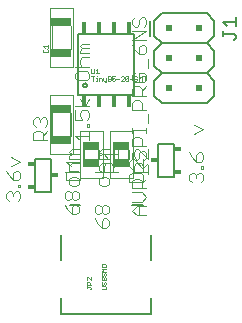
<source format=gto>
G75*
%MOIN*%
%OFA0B0*%
%FSLAX24Y24*%
%IPPOS*%
%LPD*%
%AMOC8*
5,1,8,0,0,1.08239X$1,22.5*
%
%ADD10C,0.0060*%
%ADD11C,0.0080*%
%ADD12C,0.0010*%
%ADD13R,0.0140X0.0400*%
%ADD14C,0.0020*%
%ADD15C,0.0040*%
%ADD16R,0.0669X0.0295*%
%ADD17R,0.0230X0.0180*%
%ADD18R,0.0551X0.0256*%
%ADD19R,0.0690X0.0290*%
%ADD20C,0.0050*%
%ADD21R,0.0200X0.0200*%
D10*
X002300Y005400D02*
X002300Y006520D01*
X002820Y006520D01*
X002820Y006300D01*
X002820Y006520D02*
X002500Y006520D01*
X002820Y006520D02*
X002820Y005400D01*
X002820Y005620D01*
X002820Y005400D02*
X002500Y005400D01*
X002300Y005400D02*
X002820Y005400D01*
X003910Y006499D02*
X003910Y006821D01*
X003480Y007280D02*
X003480Y008035D01*
X003730Y008650D02*
X003730Y010660D01*
X005590Y010660D01*
X005590Y008650D01*
X003730Y008650D01*
X002840Y008035D02*
X002840Y007280D01*
X004410Y006821D02*
X004410Y006499D01*
X004910Y006499D02*
X004910Y006821D01*
X005410Y006821D02*
X005410Y006499D01*
X006400Y006800D02*
X006400Y007020D01*
X006720Y007020D01*
X006920Y007020D02*
X006920Y005900D01*
X006400Y005900D01*
X006400Y006120D01*
X006400Y005900D02*
X006720Y005900D01*
X006400Y005900D02*
X006400Y007020D01*
X006920Y007020D01*
D11*
X003164Y001888D02*
X003164Y001337D01*
X006156Y001337D01*
X006156Y001888D01*
X006156Y003148D02*
X006156Y003975D01*
X005880Y004959D02*
X005526Y004959D01*
X003794Y004959D02*
X003440Y004959D01*
X003164Y003975D02*
X003164Y003148D01*
X006510Y008360D02*
X008010Y008360D01*
X008260Y008610D01*
X008260Y009110D01*
X008010Y009360D01*
X006510Y009360D01*
X006260Y009110D01*
X006260Y008610D01*
X006510Y008360D01*
X006510Y009360D02*
X006260Y009610D01*
X006260Y010110D01*
X006510Y010360D01*
X008010Y010360D01*
X008260Y010110D01*
X008260Y009610D01*
X008010Y009360D01*
X008010Y010360D02*
X008260Y010610D01*
X008260Y011110D01*
X008010Y011360D01*
X006510Y011360D01*
X006260Y011110D01*
X006260Y010610D01*
X006510Y010360D01*
X006128Y010610D02*
X006128Y011110D01*
X003893Y008970D02*
X003895Y008985D01*
X003901Y008998D01*
X003910Y009010D01*
X003921Y009019D01*
X003935Y009025D01*
X003950Y009027D01*
X003965Y009025D01*
X003978Y009019D01*
X003990Y009010D01*
X003999Y008999D01*
X004005Y008985D01*
X004007Y008970D01*
X004005Y008955D01*
X003999Y008942D01*
X003990Y008930D01*
X003979Y008921D01*
X003965Y008915D01*
X003950Y008913D01*
X003935Y008915D01*
X003922Y008921D01*
X003910Y008930D01*
X003901Y008941D01*
X003895Y008955D01*
X003893Y008970D01*
D12*
X004215Y009115D02*
X004215Y009265D01*
X004165Y009265D02*
X004265Y009265D01*
X004312Y009215D02*
X004337Y009215D01*
X004337Y009115D01*
X004312Y009115D02*
X004362Y009115D01*
X004411Y009115D02*
X004411Y009215D01*
X004486Y009215D01*
X004511Y009190D01*
X004511Y009115D01*
X004558Y009140D02*
X004558Y009215D01*
X004558Y009140D02*
X004583Y009115D01*
X004658Y009115D01*
X004658Y009090D02*
X004633Y009065D01*
X004608Y009065D01*
X004658Y009090D02*
X004658Y009215D01*
X004705Y009215D02*
X004705Y009240D01*
X004730Y009265D01*
X004780Y009265D01*
X004805Y009240D01*
X004805Y009215D01*
X004780Y009190D01*
X004730Y009190D01*
X004705Y009215D01*
X004730Y009190D02*
X004705Y009165D01*
X004705Y009140D01*
X004730Y009115D01*
X004780Y009115D01*
X004805Y009140D01*
X004805Y009165D01*
X004780Y009190D01*
X004853Y009190D02*
X004903Y009215D01*
X004928Y009215D01*
X004953Y009190D01*
X004953Y009140D01*
X004928Y009115D01*
X004878Y009115D01*
X004853Y009140D01*
X004853Y009190D02*
X004853Y009265D01*
X004953Y009265D01*
X005000Y009190D02*
X005100Y009190D01*
X005147Y009240D02*
X005172Y009265D01*
X005222Y009265D01*
X005247Y009240D01*
X005247Y009215D01*
X005147Y009115D01*
X005247Y009115D01*
X005294Y009140D02*
X005395Y009240D01*
X005395Y009140D01*
X005370Y009115D01*
X005320Y009115D01*
X005294Y009140D01*
X005294Y009240D01*
X005320Y009265D01*
X005370Y009265D01*
X005395Y009240D01*
X005442Y009190D02*
X005542Y009190D01*
X005589Y009215D02*
X005614Y009190D01*
X005664Y009190D01*
X005689Y009165D01*
X005689Y009140D01*
X005664Y009115D01*
X005614Y009115D01*
X005589Y009140D01*
X005589Y009215D02*
X005589Y009240D01*
X005614Y009265D01*
X005664Y009265D01*
X005689Y009240D01*
X005736Y009265D02*
X005736Y009115D01*
X005837Y009115D02*
X005837Y009265D01*
X005787Y009215D01*
X005736Y009265D01*
X005884Y009265D02*
X005984Y009265D01*
X005934Y009265D02*
X005934Y009115D01*
X004412Y009365D02*
X004312Y009365D01*
X004362Y009365D02*
X004362Y009515D01*
X004312Y009465D01*
X004265Y009515D02*
X004265Y009390D01*
X004240Y009365D01*
X004190Y009365D01*
X004165Y009390D01*
X004165Y009515D01*
X004337Y009290D02*
X004337Y009265D01*
X002705Y010090D02*
X002705Y010140D01*
X002680Y010165D01*
X002705Y010212D02*
X002705Y010312D01*
X002705Y010262D02*
X002555Y010262D01*
X002605Y010212D01*
X002580Y010165D02*
X002555Y010140D01*
X002555Y010090D01*
X002580Y010065D01*
X002680Y010065D01*
X002705Y010090D01*
X004530Y003002D02*
X004505Y002977D01*
X004505Y002902D01*
X004655Y002902D01*
X004655Y002977D01*
X004630Y003002D01*
X004530Y003002D01*
X004505Y002854D02*
X004655Y002854D01*
X004655Y002754D02*
X004505Y002754D01*
X004555Y002804D01*
X004505Y002854D01*
X004530Y002707D02*
X004505Y002682D01*
X004505Y002632D01*
X004530Y002607D01*
X004555Y002607D01*
X004580Y002632D01*
X004580Y002682D01*
X004605Y002707D01*
X004630Y002707D01*
X004655Y002682D01*
X004655Y002632D01*
X004630Y002607D01*
X004630Y002560D02*
X004605Y002560D01*
X004580Y002535D01*
X004580Y002460D01*
X004605Y002412D02*
X004630Y002412D01*
X004655Y002387D01*
X004655Y002337D01*
X004630Y002312D01*
X004630Y002265D02*
X004505Y002265D01*
X004530Y002312D02*
X004505Y002337D01*
X004505Y002387D01*
X004530Y002412D01*
X004505Y002460D02*
X004505Y002535D01*
X004530Y002560D01*
X004555Y002560D01*
X004580Y002535D01*
X004630Y002560D02*
X004655Y002535D01*
X004655Y002460D01*
X004505Y002460D01*
X004580Y002387D02*
X004605Y002412D01*
X004580Y002387D02*
X004580Y002337D01*
X004555Y002312D01*
X004530Y002312D01*
X004630Y002265D02*
X004655Y002240D01*
X004655Y002190D01*
X004630Y002165D01*
X004505Y002165D01*
X004155Y002190D02*
X004155Y002215D01*
X004130Y002240D01*
X004005Y002240D01*
X004005Y002215D02*
X004005Y002265D01*
X004005Y002312D02*
X004005Y002387D01*
X004030Y002412D01*
X004080Y002412D01*
X004105Y002387D01*
X004105Y002312D01*
X004155Y002312D02*
X004005Y002312D01*
X004030Y002460D02*
X004005Y002485D01*
X004005Y002535D01*
X004030Y002560D01*
X004055Y002560D01*
X004155Y002460D01*
X004155Y002560D01*
X004155Y002190D02*
X004130Y002165D01*
D13*
X003910Y008430D03*
X004410Y008430D03*
X004910Y008430D03*
X005410Y008430D03*
X005410Y010880D03*
X004910Y010880D03*
X004410Y010880D03*
X003910Y010880D03*
D14*
X003547Y011534D02*
X002773Y011534D01*
X002773Y009586D01*
X003547Y009586D01*
X003547Y011534D01*
X003547Y008634D02*
X002773Y008634D01*
X002773Y006686D01*
X003547Y006686D01*
X003547Y008634D01*
X003773Y007437D02*
X004547Y007437D01*
X004547Y005883D01*
X003773Y005883D01*
X003773Y007437D01*
X004773Y007437D02*
X004773Y005883D01*
X005547Y005883D01*
X005547Y007437D01*
X004773Y007437D01*
D15*
X004740Y006827D02*
X004510Y006827D01*
X004433Y006750D01*
X004510Y006673D01*
X004740Y006673D01*
X004740Y006520D02*
X004433Y006520D01*
X004433Y006596D01*
X004510Y006673D01*
X004580Y006673D02*
X005040Y006673D01*
X005040Y006520D02*
X005040Y006827D01*
X004733Y006520D02*
X004580Y006673D01*
X004510Y006366D02*
X004740Y006366D01*
X004810Y006366D02*
X004887Y006289D01*
X004887Y006059D01*
X004740Y006059D02*
X004280Y006059D01*
X004433Y006136D02*
X004433Y006289D01*
X004510Y006366D01*
X004580Y006289D02*
X004656Y006366D01*
X004810Y006366D01*
X004887Y006213D02*
X005040Y006366D01*
X005040Y006059D02*
X004580Y006059D01*
X004580Y006289D01*
X004433Y006136D02*
X004510Y006059D01*
X004510Y005906D02*
X004433Y005829D01*
X004433Y005676D01*
X004510Y005599D01*
X004663Y005599D01*
X004740Y005676D01*
X004740Y005829D01*
X004663Y005906D01*
X004510Y005906D01*
X003790Y005809D02*
X003790Y006039D01*
X003713Y006116D01*
X003406Y006116D01*
X003330Y006039D01*
X003330Y005809D01*
X003790Y005809D01*
X003740Y005829D02*
X003663Y005906D01*
X003510Y005906D01*
X003433Y005829D01*
X003433Y005676D01*
X003510Y005599D01*
X003663Y005599D01*
X003740Y005676D01*
X003740Y005829D01*
X003740Y006059D02*
X003280Y006059D01*
X003433Y006136D02*
X003433Y006289D01*
X003510Y006366D01*
X003740Y006366D01*
X003790Y006423D02*
X003330Y006423D01*
X003483Y006270D01*
X003433Y006136D02*
X003510Y006059D01*
X003790Y006270D02*
X003790Y006577D01*
X003740Y006520D02*
X003433Y006520D01*
X003433Y006596D01*
X003510Y006673D01*
X003433Y006750D01*
X003510Y006827D01*
X003740Y006827D01*
X003740Y006673D02*
X003510Y006673D01*
X003783Y007130D02*
X003630Y007283D01*
X004090Y007283D01*
X004090Y007130D02*
X004090Y007437D01*
X004090Y007590D02*
X004013Y007590D01*
X004013Y007667D01*
X004090Y007667D01*
X004090Y007590D01*
X004013Y007821D02*
X004090Y007897D01*
X004090Y008051D01*
X004013Y008128D01*
X003860Y008128D01*
X003783Y008051D01*
X003783Y007974D01*
X003860Y007821D01*
X003630Y007821D01*
X003630Y008128D01*
X003630Y008281D02*
X004090Y008281D01*
X003937Y008281D02*
X003783Y008511D01*
X003937Y008281D02*
X004090Y008511D01*
X004013Y009125D02*
X003706Y009125D01*
X003630Y009202D01*
X003630Y009355D01*
X003706Y009432D01*
X004013Y009432D01*
X004090Y009355D01*
X004090Y009202D01*
X004013Y009125D01*
X004090Y009585D02*
X003630Y009585D01*
X003783Y009662D02*
X003783Y009816D01*
X003860Y009892D01*
X004090Y009892D01*
X004090Y010046D02*
X003783Y010046D01*
X003783Y010123D01*
X003860Y010199D01*
X003783Y010276D01*
X003860Y010353D01*
X004090Y010353D01*
X004090Y010199D02*
X003860Y010199D01*
X003470Y010180D02*
X003470Y010940D01*
X002850Y010940D02*
X002850Y010180D01*
X003783Y009662D02*
X003860Y009585D01*
X002613Y007897D02*
X002690Y007821D01*
X002690Y007667D01*
X002613Y007590D01*
X002460Y007744D02*
X002460Y007821D01*
X002537Y007897D01*
X002613Y007897D01*
X002460Y007821D02*
X002383Y007897D01*
X002306Y007897D01*
X002230Y007821D01*
X002230Y007667D01*
X002306Y007590D01*
X002306Y007437D02*
X002230Y007360D01*
X002230Y007130D01*
X002690Y007130D01*
X002537Y007130D02*
X002537Y007360D01*
X002460Y007437D01*
X002306Y007437D01*
X002537Y007283D02*
X002690Y007437D01*
X001790Y006423D02*
X001483Y006577D01*
X001483Y006270D02*
X001790Y006423D01*
X001713Y006116D02*
X001637Y006116D01*
X001560Y006039D01*
X001560Y005809D01*
X001713Y005809D01*
X001790Y005886D01*
X001790Y006039D01*
X001713Y006116D01*
X001406Y005963D02*
X001560Y005809D01*
X001406Y005963D02*
X001330Y006116D01*
X001713Y005656D02*
X001713Y005579D01*
X001790Y005579D01*
X001790Y005656D01*
X001713Y005656D01*
X001713Y005426D02*
X001637Y005426D01*
X001560Y005349D01*
X001560Y005272D01*
X001560Y005349D02*
X001483Y005426D01*
X001406Y005426D01*
X001330Y005349D01*
X001330Y005195D01*
X001406Y005119D01*
X001713Y005119D02*
X001790Y005195D01*
X001790Y005349D01*
X001713Y005426D01*
X003280Y005369D02*
X003280Y005215D01*
X003356Y005138D01*
X003433Y005138D01*
X003510Y005215D01*
X003510Y005369D01*
X003587Y005445D01*
X003663Y005445D01*
X003740Y005369D01*
X003740Y005215D01*
X003663Y005138D01*
X003587Y005138D01*
X003510Y005215D01*
X003510Y005369D02*
X003433Y005445D01*
X003356Y005445D01*
X003280Y005369D01*
X003280Y004985D02*
X003356Y004831D01*
X003510Y004678D01*
X003510Y004908D01*
X003587Y004985D01*
X003663Y004985D01*
X003740Y004908D01*
X003740Y004755D01*
X003663Y004678D01*
X003510Y004678D01*
X004280Y004755D02*
X004280Y004908D01*
X004356Y004985D01*
X004433Y004985D01*
X004510Y004908D01*
X004510Y004755D01*
X004433Y004678D01*
X004356Y004678D01*
X004280Y004755D01*
X004510Y004755D02*
X004587Y004678D01*
X004663Y004678D01*
X004740Y004755D01*
X004740Y004908D01*
X004663Y004985D01*
X004587Y004985D01*
X004510Y004908D01*
X004587Y004525D02*
X004510Y004448D01*
X004510Y004218D01*
X004663Y004218D01*
X004740Y004294D01*
X004740Y004448D01*
X004663Y004525D01*
X004587Y004525D01*
X004356Y004371D02*
X004510Y004218D01*
X004356Y004371D02*
X004280Y004525D01*
X005430Y005730D02*
X005430Y005960D01*
X005506Y006037D01*
X005813Y006037D01*
X005890Y005960D01*
X005890Y005730D01*
X005430Y005730D01*
X005530Y005779D02*
X005606Y005855D01*
X005760Y005855D01*
X005837Y005779D01*
X005837Y005548D01*
X005990Y005548D02*
X005530Y005548D01*
X005530Y005779D01*
X005580Y006059D02*
X005580Y006289D01*
X005656Y006366D01*
X005810Y006366D01*
X005887Y006289D01*
X005887Y006059D01*
X005890Y006190D02*
X005583Y006497D01*
X005506Y006497D01*
X005430Y006421D01*
X005430Y006267D01*
X005506Y006190D01*
X005580Y006059D02*
X006040Y006059D01*
X006067Y006009D02*
X006067Y006316D01*
X006040Y006366D02*
X005887Y006213D01*
X005890Y006190D02*
X005890Y006497D01*
X005913Y006469D02*
X005990Y006546D01*
X005990Y006699D01*
X005913Y006776D01*
X005837Y006776D01*
X005760Y006699D01*
X005760Y006546D01*
X005683Y006469D01*
X005606Y006469D01*
X005530Y006546D01*
X005530Y006699D01*
X005606Y006776D01*
X005580Y006750D02*
X005656Y006827D01*
X005733Y006827D01*
X006040Y006520D01*
X006040Y006827D01*
X005990Y006930D02*
X005530Y006930D01*
X005530Y007160D01*
X005606Y007236D01*
X005760Y007236D01*
X005837Y007160D01*
X005837Y006930D01*
X005580Y006750D02*
X005580Y006596D01*
X005656Y006520D01*
X005990Y005855D02*
X005837Y005702D01*
X005837Y005395D02*
X005530Y005395D01*
X005530Y005088D02*
X005837Y005088D01*
X005990Y005241D01*
X005837Y005395D01*
X005760Y004934D02*
X005760Y004628D01*
X005683Y004628D02*
X005530Y004781D01*
X005683Y004934D01*
X005990Y004934D01*
X005990Y004628D02*
X005683Y004628D01*
X007430Y005807D02*
X007430Y005960D01*
X007506Y006037D01*
X007583Y006037D01*
X007660Y005960D01*
X007737Y006037D01*
X007813Y006037D01*
X007890Y005960D01*
X007890Y005807D01*
X007813Y005730D01*
X007660Y005883D02*
X007660Y005960D01*
X007506Y005730D02*
X007430Y005807D01*
X007813Y006190D02*
X007813Y006267D01*
X007890Y006267D01*
X007890Y006190D01*
X007813Y006190D01*
X007813Y006421D02*
X007660Y006421D01*
X007660Y006651D01*
X007737Y006728D01*
X007813Y006728D01*
X007890Y006651D01*
X007890Y006497D01*
X007813Y006421D01*
X007660Y006421D02*
X007506Y006574D01*
X007430Y006728D01*
X007583Y007341D02*
X007890Y007495D01*
X007583Y007648D01*
X006067Y007697D02*
X006067Y008004D01*
X005990Y008157D02*
X005530Y008157D01*
X005530Y008387D01*
X005606Y008464D01*
X005760Y008464D01*
X005837Y008387D01*
X005837Y008157D01*
X005837Y008618D02*
X005837Y008848D01*
X005760Y008925D01*
X005606Y008925D01*
X005530Y008848D01*
X005530Y008618D01*
X005990Y008618D01*
X005837Y008771D02*
X005990Y008925D01*
X005913Y009078D02*
X005990Y009155D01*
X005990Y009308D01*
X005913Y009385D01*
X005760Y009385D01*
X005760Y009231D01*
X005913Y009078D02*
X005606Y009078D01*
X005530Y009155D01*
X005530Y009308D01*
X005606Y009385D01*
X006067Y009538D02*
X006067Y009845D01*
X005913Y009999D02*
X005990Y010076D01*
X005990Y010229D01*
X005913Y010306D01*
X005837Y010306D01*
X005760Y010229D01*
X005760Y009999D01*
X005913Y009999D01*
X005760Y009999D02*
X005606Y010152D01*
X005530Y010306D01*
X005530Y010459D02*
X005990Y010766D01*
X005530Y010766D01*
X005606Y010920D02*
X005530Y010996D01*
X005530Y011150D01*
X005606Y011227D01*
X005760Y011150D02*
X005837Y011227D01*
X005913Y011227D01*
X005990Y011150D01*
X005990Y010996D01*
X005913Y010920D01*
X005760Y010996D02*
X005760Y011150D01*
X005760Y010996D02*
X005683Y010920D01*
X005606Y010920D01*
X005530Y010459D02*
X005990Y010459D01*
X005990Y007543D02*
X005990Y007390D01*
X005990Y007467D02*
X005530Y007467D01*
X005530Y007543D02*
X005530Y007390D01*
D16*
X003160Y010038D03*
X003160Y011082D03*
D17*
X006265Y006460D03*
X007055Y006090D03*
X007055Y006830D03*
X002955Y005960D03*
X002165Y005590D03*
X002165Y006330D03*
D18*
X004161Y006372D03*
X004161Y006952D03*
X005161Y006952D03*
X005161Y006372D03*
D19*
X003160Y007140D03*
X003160Y008180D03*
D20*
X008535Y010614D02*
X008535Y010764D01*
X008535Y010689D02*
X008910Y010689D01*
X008985Y010614D01*
X008985Y010539D01*
X008910Y010464D01*
X008985Y010925D02*
X008985Y011225D01*
X008985Y011075D02*
X008535Y011075D01*
X008685Y010925D01*
D21*
X007760Y010860D03*
X007760Y009860D03*
X007760Y008860D03*
X006760Y008860D03*
X006760Y009860D03*
X006760Y010860D03*
M02*

</source>
